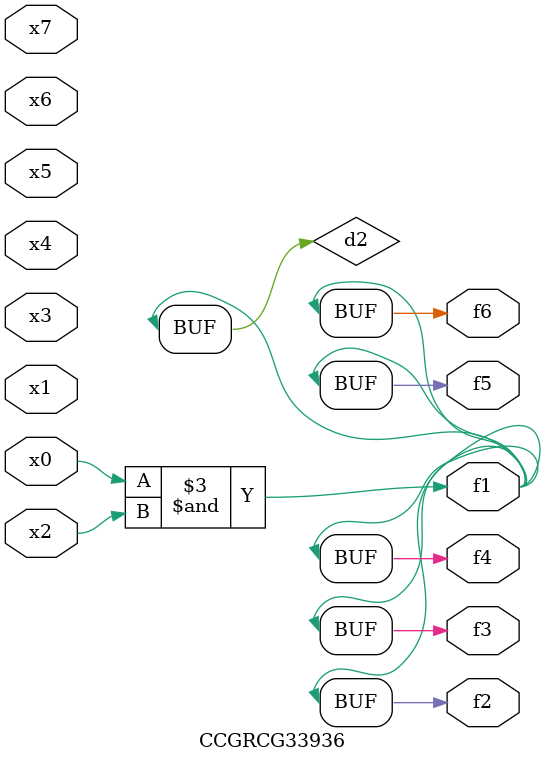
<source format=v>
module CCGRCG33936(
	input x0, x1, x2, x3, x4, x5, x6, x7,
	output f1, f2, f3, f4, f5, f6
);

	wire d1, d2;

	nor (d1, x3, x6);
	and (d2, x0, x2);
	assign f1 = d2;
	assign f2 = d2;
	assign f3 = d2;
	assign f4 = d2;
	assign f5 = d2;
	assign f6 = d2;
endmodule

</source>
